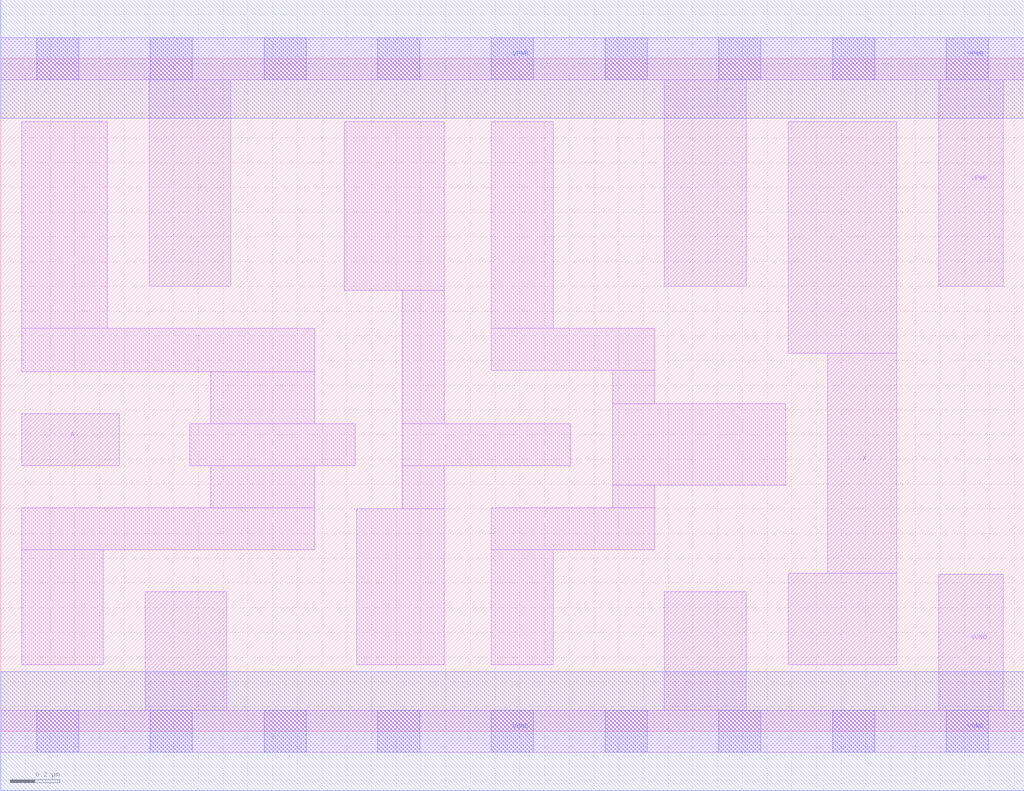
<source format=lef>
# Copyright 2020 The SkyWater PDK Authors
#
# Licensed under the Apache License, Version 2.0 (the "License");
# you may not use this file except in compliance with the License.
# You may obtain a copy of the License at
#
#     https://www.apache.org/licenses/LICENSE-2.0
#
# Unless required by applicable law or agreed to in writing, software
# distributed under the License is distributed on an "AS IS" BASIS,
# WITHOUT WARRANTIES OR CONDITIONS OF ANY KIND, either express or implied.
# See the License for the specific language governing permissions and
# limitations under the License.
#
# SPDX-License-Identifier: Apache-2.0

VERSION 5.7 ;
  NAMESCASESENSITIVE ON ;
  NOWIREEXTENSIONATPIN ON ;
  DIVIDERCHAR "/" ;
  BUSBITCHARS "[]" ;
UNITS
  DATABASE MICRONS 200 ;
END UNITS
MACRO sky130_fd_sc_hd__clkdlybuf4s50_2
  CLASS CORE ;
  SOURCE USER ;
  FOREIGN sky130_fd_sc_hd__clkdlybuf4s50_2 ;
  ORIGIN  0.000000  0.000000 ;
  SIZE  4.140000 BY  2.720000 ;
  SYMMETRY X Y R90 ;
  SITE unithd ;
  PIN A
    ANTENNAGATEAREA  0.213000 ;
    DIRECTION INPUT ;
    USE SIGNAL ;
    PORT
      LAYER li1 ;
        RECT 0.085000 1.075000 0.480000 1.285000 ;
    END
  END A
  PIN X
    ANTENNADIFFAREA  0.390500 ;
    DIRECTION OUTPUT ;
    USE SIGNAL ;
    PORT
      LAYER li1 ;
        RECT 3.185000 0.270000 3.625000 0.640000 ;
        RECT 3.185000 1.530000 3.625000 2.465000 ;
        RECT 3.345000 0.640000 3.625000 1.530000 ;
    END
  END X
  PIN VGND
    DIRECTION INOUT ;
    SHAPE ABUTMENT ;
    USE GROUND ;
    PORT
      LAYER li1 ;
        RECT 0.000000 -0.085000 4.140000 0.085000 ;
        RECT 0.585000  0.085000 0.915000 0.565000 ;
        RECT 2.685000  0.085000 3.015000 0.565000 ;
        RECT 3.795000  0.085000 4.055000 0.635000 ;
      LAYER mcon ;
        RECT 0.145000 -0.085000 0.315000 0.085000 ;
        RECT 0.605000 -0.085000 0.775000 0.085000 ;
        RECT 1.065000 -0.085000 1.235000 0.085000 ;
        RECT 1.525000 -0.085000 1.695000 0.085000 ;
        RECT 1.985000 -0.085000 2.155000 0.085000 ;
        RECT 2.445000 -0.085000 2.615000 0.085000 ;
        RECT 2.905000 -0.085000 3.075000 0.085000 ;
        RECT 3.365000 -0.085000 3.535000 0.085000 ;
        RECT 3.825000 -0.085000 3.995000 0.085000 ;
      LAYER met1 ;
        RECT 0.000000 -0.240000 4.140000 0.240000 ;
    END
  END VGND
  PIN VPWR
    DIRECTION INOUT ;
    SHAPE ABUTMENT ;
    USE POWER ;
    PORT
      LAYER li1 ;
        RECT 0.000000 2.635000 4.140000 2.805000 ;
        RECT 0.600000 1.800000 0.930000 2.635000 ;
        RECT 2.685000 1.800000 3.015000 2.635000 ;
        RECT 3.795000 1.800000 4.055000 2.635000 ;
      LAYER mcon ;
        RECT 0.145000 2.635000 0.315000 2.805000 ;
        RECT 0.605000 2.635000 0.775000 2.805000 ;
        RECT 1.065000 2.635000 1.235000 2.805000 ;
        RECT 1.525000 2.635000 1.695000 2.805000 ;
        RECT 1.985000 2.635000 2.155000 2.805000 ;
        RECT 2.445000 2.635000 2.615000 2.805000 ;
        RECT 2.905000 2.635000 3.075000 2.805000 ;
        RECT 3.365000 2.635000 3.535000 2.805000 ;
        RECT 3.825000 2.635000 3.995000 2.805000 ;
      LAYER met1 ;
        RECT 0.000000 2.480000 4.140000 2.960000 ;
    END
  END VPWR
  OBS
    LAYER li1 ;
      RECT 0.085000 0.270000 0.415000 0.735000 ;
      RECT 0.085000 0.735000 1.270000 0.905000 ;
      RECT 0.085000 1.455000 1.270000 1.630000 ;
      RECT 0.085000 1.630000 0.430000 2.465000 ;
      RECT 0.765000 1.075000 1.435000 1.245000 ;
      RECT 0.850000 0.905000 1.270000 1.075000 ;
      RECT 0.850000 1.245000 1.270000 1.455000 ;
      RECT 1.390000 1.785000 1.795000 2.465000 ;
      RECT 1.440000 0.270000 1.795000 0.900000 ;
      RECT 1.625000 0.900000 1.795000 1.075000 ;
      RECT 1.625000 1.075000 2.305000 1.245000 ;
      RECT 1.625000 1.245000 1.795000 1.785000 ;
      RECT 1.985000 0.270000 2.235000 0.735000 ;
      RECT 1.985000 0.735000 2.645000 0.905000 ;
      RECT 1.985000 1.460000 2.645000 1.630000 ;
      RECT 1.985000 1.630000 2.235000 2.465000 ;
      RECT 2.475000 0.905000 2.645000 0.995000 ;
      RECT 2.475000 0.995000 3.175000 1.325000 ;
      RECT 2.475000 1.325000 2.645000 1.460000 ;
  END
END sky130_fd_sc_hd__clkdlybuf4s50_2
END LIBRARY

</source>
